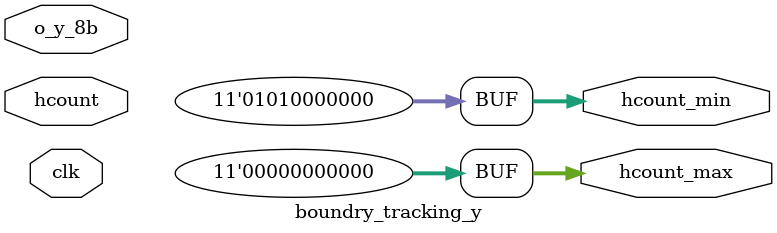
<source format=v>
`timescale 1ns / 1ps

(* dont_touch = "true" *)
module boundry_tracking_y(
    input clk,
    input [10:0]hcount,
    input  [7:0]o_y_8b,
    output reg [10:0]hcount_min,
    output reg [10:0]hcount_max
    );
        initial  hcount_min=11'd640;
        initial  hcount_max=11'd0;      

endmodule


 /*       always@(posedge clk) begin
                  if(o_y_8b==8'd0) begin
                       if(hcount<hcount_min)  hcount_min<=hcount;
                       else  hcount_min<=hcount_min;
                       if(hcount>hcount_max)  hcount_max<=hcount;
                       else  hcount_max<=hcount_max;
                  end
         else
           begin
                  hcount_min<=hcount_min;
                  hcount_max<=hcount_max;
           end
        end
 */ 
</source>
